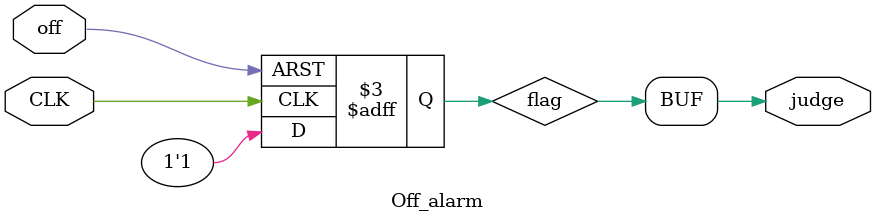
<source format=v>
module Off_alarm (
    input wire CLK,
    input wire off,
    output reg judge
);

reg flag;

// when off avaiable, turn off alarm(flag == 0)
always @(posedge CLK or posedge off) begin
    if (off) begin
        flag <= 0;
    end else begin
        flag <= 1;
    end
end

always @(*) begin
    judge = flag;
end

endmodule

</source>
